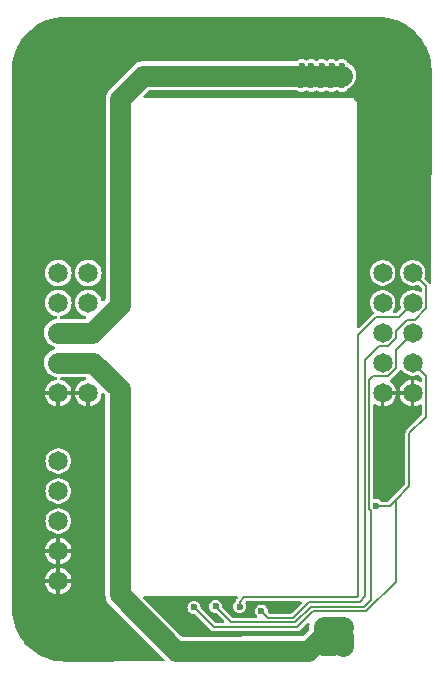
<source format=gbr>
%TF.GenerationSoftware,KiCad,Pcbnew,8.0.6*%
%TF.CreationDate,2024-10-27T10:54:55+01:00*%
%TF.ProjectId,Motor_Driver_carrier_board,4d6f746f-725f-4447-9269-7665725f6361,rev?*%
%TF.SameCoordinates,Original*%
%TF.FileFunction,Copper,L2,Bot*%
%TF.FilePolarity,Positive*%
%FSLAX46Y46*%
G04 Gerber Fmt 4.6, Leading zero omitted, Abs format (unit mm)*
G04 Created by KiCad (PCBNEW 8.0.6) date 2024-10-27 10:54:55*
%MOMM*%
%LPD*%
G01*
G04 APERTURE LIST*
%TA.AperFunction,ComponentPad*%
%ADD10C,1.650000*%
%TD*%
%TA.AperFunction,ViaPad*%
%ADD11C,0.600000*%
%TD*%
%TA.AperFunction,Conductor*%
%ADD12C,1.791660*%
%TD*%
%TA.AperFunction,Conductor*%
%ADD13C,0.200000*%
%TD*%
G04 APERTURE END LIST*
D10*
%TO.P,J3,1,1*%
%TO.N,/SWDIO*%
X118385000Y-79640000D03*
%TO.P,J3,2,2*%
%TO.N,/SWCLK*%
X118385000Y-82180000D03*
%TO.P,J3,3,3*%
%TO.N,/3.3V*%
X118385000Y-84720000D03*
%TO.P,J3,4,4*%
%TO.N,GND*%
X118385000Y-87260000D03*
%TO.P,J3,5,5*%
X118385000Y-89800000D03*
%TD*%
%TO.P,J1,1,1*%
%TO.N,GND*%
X120925000Y-73870000D03*
%TO.P,J1,2,2*%
X118385000Y-73870000D03*
%TO.P,J1,3,3*%
%TO.N,/24V*%
X120925000Y-71330000D03*
%TO.P,J1,4,4*%
X118385000Y-71330000D03*
%TO.P,J1,5,5*%
%TO.N,/OUT3*%
X120925000Y-68790000D03*
%TO.P,J1,6,6*%
X118385000Y-68790000D03*
%TO.P,J1,7,7*%
%TO.N,/OUT2*%
X120925000Y-66250000D03*
%TO.P,J1,8,8*%
X118385000Y-66250000D03*
%TO.P,J1,9,9*%
%TO.N,/OUT1*%
X120925000Y-63710000D03*
%TO.P,J1,10,10*%
X118385000Y-63710000D03*
%TD*%
%TO.P,J2,1,1*%
%TO.N,GND*%
X148395000Y-73870000D03*
%TO.P,J2,2,2*%
X145855000Y-73870000D03*
%TO.P,J2,3,3*%
%TO.N,/5V*%
X148395000Y-71330000D03*
%TO.P,J2,4,4*%
X145855000Y-71330000D03*
%TO.P,J2,5,5*%
%TO.N,/TX*%
X148395000Y-68790000D03*
%TO.P,J2,6,6*%
%TO.N,/H3*%
X145855000Y-68790000D03*
%TO.P,J2,7,7*%
%TO.N,/RX*%
X148395000Y-66250000D03*
%TO.P,J2,8,8*%
%TO.N,/H2*%
X145855000Y-66250000D03*
%TO.P,J2,9,9*%
%TO.N,/PWM*%
X148395000Y-63710000D03*
%TO.P,J2,10,10*%
%TO.N,/H1*%
X145855000Y-63710000D03*
%TD*%
D11*
%TO.N,/OUT3*%
X141525000Y-47000000D03*
X141500000Y-47775000D03*
X140700000Y-46225000D03*
X140675000Y-47775000D03*
X139825000Y-46225000D03*
X142425000Y-47775000D03*
X139000000Y-46225000D03*
X142375000Y-46225000D03*
X138975000Y-47775000D03*
X140675000Y-47000000D03*
X139850000Y-47000000D03*
X141525000Y-46225000D03*
X142400000Y-47000000D03*
X139025000Y-47000000D03*
X139825000Y-47775000D03*
%TO.N,GND*%
X127800000Y-91550000D03*
X125525000Y-95125000D03*
X146525000Y-81800000D03*
X137475000Y-91875000D03*
X127000000Y-91550000D03*
X127775000Y-92275000D03*
X125525000Y-95875000D03*
%TO.N,/24V*%
X140825000Y-94450000D03*
X140850000Y-93700000D03*
X142475000Y-93700000D03*
X140775000Y-95225000D03*
X142500000Y-94450000D03*
X142500000Y-95275000D03*
X141650000Y-95250000D03*
X141675000Y-93675000D03*
X141650000Y-94425000D03*
%TO.N,/PWM*%
X135575000Y-92350000D03*
%TO.N,/5V*%
X145325000Y-83425000D03*
X129875000Y-92025000D03*
%TO.N,/RX*%
X133750000Y-91975000D03*
%TO.N,/TX*%
X131725000Y-91950000D03*
%TD*%
D12*
%TO.N,/OUT3*%
X121242886Y-68790000D02*
X118385000Y-68790000D01*
X123600000Y-66432886D02*
X121242886Y-68790000D01*
X125600998Y-47000000D02*
X123600000Y-49000998D01*
X142400000Y-47000000D02*
X125600998Y-47000000D01*
X123600000Y-49000998D02*
X123600000Y-66432886D01*
D13*
%TO.N,GND*%
X118385000Y-73870000D02*
X120925000Y-73870000D01*
X125525000Y-95875000D02*
X124575000Y-95875000D01*
X124575000Y-95875000D02*
X123850000Y-95150000D01*
D12*
%TO.N,/24V*%
X140850000Y-94394632D02*
X139554170Y-95690462D01*
X121355000Y-71330000D02*
X118385000Y-71330000D01*
X141675000Y-93675000D02*
X142450000Y-93675000D01*
X141675000Y-95225000D02*
X141650000Y-95250000D01*
X142500000Y-94450000D02*
X142500000Y-95275000D01*
X139554170Y-95690462D02*
X128361546Y-95711546D01*
X123575000Y-73550000D02*
X121355000Y-71330000D01*
X123575000Y-90925000D02*
X123575000Y-73550000D01*
X141650000Y-95250000D02*
X140800000Y-95250000D01*
X140850000Y-93700000D02*
X141725000Y-93700000D01*
X140800000Y-95250000D02*
X140775000Y-95225000D01*
X142450000Y-93675000D02*
X142475000Y-93700000D01*
X140850000Y-93700000D02*
X140850000Y-94394632D01*
X141675000Y-93675000D02*
X141675000Y-95225000D01*
X128361546Y-95711546D02*
X123575000Y-90925000D01*
D13*
%TO.N,/PWM*%
X144400000Y-91075000D02*
X144400000Y-83914215D01*
X144400000Y-83914215D02*
X144325000Y-83839215D01*
X145535000Y-69915000D02*
X146320991Y-69915000D01*
X139618628Y-91575000D02*
X143900000Y-91575000D01*
X135575000Y-92350000D02*
X136125000Y-92900000D01*
X149520000Y-66715991D02*
X149520000Y-64835000D01*
X147929009Y-67665000D02*
X148570991Y-67665000D01*
X143900000Y-91575000D02*
X144400000Y-91075000D01*
X148570991Y-67665000D02*
X149520000Y-66715991D01*
X144325000Y-83839215D02*
X144325000Y-71125000D01*
X149520000Y-64835000D02*
X148395000Y-63710000D01*
X146980000Y-68614009D02*
X147929009Y-67665000D01*
X146980000Y-69255991D02*
X146980000Y-68614009D01*
X136125000Y-92900000D02*
X138293628Y-92900000D01*
X146320991Y-69915000D02*
X146980000Y-69255991D01*
X138293628Y-92900000D02*
X139618628Y-91575000D01*
X144325000Y-71125000D02*
X145535000Y-69915000D01*
%TO.N,/5V*%
X145325000Y-83425000D02*
X146455000Y-83425000D01*
X148125000Y-77275000D02*
X149520000Y-75880000D01*
X131550000Y-93700000D02*
X138625000Y-93700000D01*
X144470830Y-92379170D02*
X146980000Y-89870000D01*
X149520000Y-72455000D02*
X148395000Y-71330000D01*
X148125000Y-81755000D02*
X148125000Y-77275000D01*
X146980000Y-82900000D02*
X148125000Y-81755000D01*
X149520000Y-75880000D02*
X149520000Y-72455000D01*
X146980000Y-89870000D02*
X146980000Y-82900000D01*
X138625000Y-93700000D02*
X139945830Y-92379170D01*
X129875000Y-92025000D02*
X131550000Y-93700000D01*
X146455000Y-83425000D02*
X146980000Y-82900000D01*
X139945830Y-92379170D02*
X144470830Y-92379170D01*
%TO.N,/RX*%
X143750000Y-68950000D02*
X145275000Y-67425000D01*
X147220000Y-67425000D02*
X148395000Y-66250000D01*
X143750000Y-91075000D02*
X143750000Y-68950000D01*
X133750000Y-91575000D02*
X134150000Y-91175000D01*
X143650000Y-91175000D02*
X143750000Y-91075000D01*
X134150000Y-91175000D02*
X143650000Y-91175000D01*
X133750000Y-91975000D02*
X133750000Y-91575000D01*
X145275000Y-67425000D02*
X147220000Y-67425000D01*
%TO.N,/TX*%
X146320991Y-72455000D02*
X146980000Y-71795991D01*
X145045000Y-72455000D02*
X146320991Y-72455000D01*
X146980000Y-70205000D02*
X148395000Y-68790000D01*
X138459314Y-93300000D02*
X139784314Y-91975000D01*
X133050000Y-93300000D02*
X138459314Y-93300000D01*
X144725000Y-72775000D02*
X145045000Y-72455000D01*
X144900000Y-83848529D02*
X144725000Y-83673529D01*
X144725000Y-83673529D02*
X144725000Y-72775000D01*
X131725000Y-91950000D02*
X131725000Y-91975000D01*
X139784314Y-91975000D02*
X144300000Y-91975000D01*
X146980000Y-71795991D02*
X146980000Y-70205000D01*
X144300000Y-91975000D02*
X144900000Y-91375000D01*
X144900000Y-91375000D02*
X144900000Y-83848529D01*
X131725000Y-91975000D02*
X133050000Y-93300000D01*
%TD*%
%TA.AperFunction,Conductor*%
%TO.N,GND*%
G36*
X145406757Y-42050847D02*
G01*
X145411610Y-42050822D01*
X145411611Y-42050823D01*
X145474799Y-42050507D01*
X145480171Y-42050597D01*
X145865578Y-42065548D01*
X145876369Y-42066441D01*
X146183852Y-42105489D01*
X146256252Y-42114684D01*
X146266947Y-42116521D01*
X146641144Y-42197789D01*
X146651640Y-42200554D01*
X147017316Y-42314234D01*
X147027496Y-42317895D01*
X147372485Y-42459281D01*
X147381830Y-42463111D01*
X147391681Y-42467661D01*
X147731952Y-42643295D01*
X147741369Y-42648690D01*
X148064994Y-42853412D01*
X148073888Y-42859600D01*
X148378352Y-43091816D01*
X148386681Y-43098765D01*
X148408108Y-43118295D01*
X148669695Y-43356728D01*
X148677387Y-43364382D01*
X148936752Y-43646091D01*
X148943744Y-43654386D01*
X148991072Y-43715800D01*
X149177481Y-43957689D01*
X149183723Y-43966566D01*
X149390051Y-44289149D01*
X149395493Y-44298538D01*
X149572827Y-44637927D01*
X149577427Y-44647756D01*
X149724408Y-45001347D01*
X149728131Y-45011541D01*
X149843633Y-45376630D01*
X149846450Y-45387109D01*
X149929590Y-45760900D01*
X149931480Y-45771586D01*
X149981619Y-46151205D01*
X149982568Y-46162016D01*
X149999438Y-46547210D01*
X149999557Y-46552772D01*
X149979811Y-64499904D01*
X149960053Y-64566922D01*
X149907198Y-64612619D01*
X149838029Y-64622486D01*
X149774505Y-64593392D01*
X149768130Y-64587449D01*
X149424932Y-64244251D01*
X149391447Y-64182928D01*
X149396431Y-64113236D01*
X149401610Y-64101305D01*
X149402171Y-64100180D01*
X149456717Y-63908469D01*
X149475108Y-63710000D01*
X149456717Y-63511531D01*
X149402171Y-63319820D01*
X149393137Y-63301677D01*
X149313329Y-63141401D01*
X149313324Y-63141393D01*
X149193207Y-62982333D01*
X149045911Y-62848056D01*
X149045910Y-62848055D01*
X148981193Y-62807984D01*
X148876447Y-62743127D01*
X148876445Y-62743126D01*
X148760417Y-62698177D01*
X148690586Y-62671124D01*
X148690582Y-62671123D01*
X148611639Y-62656366D01*
X148494660Y-62634500D01*
X148295340Y-62634500D01*
X148205254Y-62651339D01*
X148099417Y-62671123D01*
X148099415Y-62671123D01*
X148099414Y-62671124D01*
X148047517Y-62691229D01*
X147913554Y-62743126D01*
X147913552Y-62743127D01*
X147744088Y-62848056D01*
X147596792Y-62982333D01*
X147476675Y-63141393D01*
X147476670Y-63141401D01*
X147387830Y-63319816D01*
X147333282Y-63511535D01*
X147314892Y-63709999D01*
X147314892Y-63710000D01*
X147333282Y-63908464D01*
X147333282Y-63908466D01*
X147333283Y-63908469D01*
X147387828Y-64100175D01*
X147387830Y-64100183D01*
X147476670Y-64278598D01*
X147476675Y-64278606D01*
X147596792Y-64437666D01*
X147723508Y-64553182D01*
X147744090Y-64571945D01*
X147913554Y-64676873D01*
X148099414Y-64748876D01*
X148295340Y-64785500D01*
X148295342Y-64785500D01*
X148494658Y-64785500D01*
X148494660Y-64785500D01*
X148690586Y-64748876D01*
X148793712Y-64708923D01*
X148863334Y-64703061D01*
X148925075Y-64735770D01*
X148926187Y-64736869D01*
X149133181Y-64943862D01*
X149166666Y-65005185D01*
X149169500Y-65031543D01*
X149169500Y-65241955D01*
X149149815Y-65308994D01*
X149097011Y-65354749D01*
X149027853Y-65364693D01*
X148980223Y-65347382D01*
X148876452Y-65283130D01*
X148876445Y-65283126D01*
X148760417Y-65238177D01*
X148690586Y-65211124D01*
X148690582Y-65211123D01*
X148611639Y-65196366D01*
X148494660Y-65174500D01*
X148295340Y-65174500D01*
X148205254Y-65191339D01*
X148099417Y-65211123D01*
X148099415Y-65211123D01*
X148099414Y-65211124D01*
X148047517Y-65231229D01*
X147913554Y-65283126D01*
X147913552Y-65283127D01*
X147744088Y-65388056D01*
X147596792Y-65522333D01*
X147476675Y-65681393D01*
X147476670Y-65681401D01*
X147387830Y-65859816D01*
X147333282Y-66051535D01*
X147314892Y-66249999D01*
X147314892Y-66250000D01*
X147333282Y-66448464D01*
X147333282Y-66448466D01*
X147333283Y-66448469D01*
X147387829Y-66640180D01*
X147388383Y-66641292D01*
X147388488Y-66641883D01*
X147389900Y-66645527D01*
X147389187Y-66645803D01*
X147400647Y-66710077D01*
X147373777Y-66774573D01*
X147365067Y-66784250D01*
X147111135Y-67038182D01*
X147049815Y-67071666D01*
X147023456Y-67074500D01*
X146829108Y-67074500D01*
X146762069Y-67054815D01*
X146716314Y-67002011D01*
X146706370Y-66932853D01*
X146730154Y-66875773D01*
X146773324Y-66818606D01*
X146773326Y-66818604D01*
X146862171Y-66640180D01*
X146916717Y-66448469D01*
X146935108Y-66250000D01*
X146916717Y-66051531D01*
X146862171Y-65859820D01*
X146853137Y-65841677D01*
X146773329Y-65681401D01*
X146773324Y-65681393D01*
X146653207Y-65522333D01*
X146505911Y-65388056D01*
X146505910Y-65388055D01*
X146378223Y-65308994D01*
X146336447Y-65283127D01*
X146336445Y-65283126D01*
X146220417Y-65238177D01*
X146150586Y-65211124D01*
X146150582Y-65211123D01*
X146071639Y-65196366D01*
X145954660Y-65174500D01*
X145755340Y-65174500D01*
X145665254Y-65191339D01*
X145559417Y-65211123D01*
X145559415Y-65211123D01*
X145559414Y-65211124D01*
X145507517Y-65231229D01*
X145373554Y-65283126D01*
X145373552Y-65283127D01*
X145204088Y-65388056D01*
X145056792Y-65522333D01*
X144936675Y-65681393D01*
X144936670Y-65681401D01*
X144847830Y-65859816D01*
X144793282Y-66051535D01*
X144774892Y-66249999D01*
X144774892Y-66250000D01*
X144793282Y-66448464D01*
X144793282Y-66448466D01*
X144793283Y-66448469D01*
X144847829Y-66640179D01*
X144847830Y-66640183D01*
X144936670Y-66818598D01*
X144936675Y-66818606D01*
X145056793Y-66977666D01*
X145058034Y-66979028D01*
X145058421Y-66979823D01*
X145060246Y-66982239D01*
X145059773Y-66982596D01*
X145088648Y-67041833D01*
X145080447Y-67111220D01*
X145054074Y-67150243D01*
X143862181Y-68342137D01*
X143800858Y-68375622D01*
X143731166Y-68370638D01*
X143675233Y-68328766D01*
X143650816Y-68263302D01*
X143650500Y-68254456D01*
X143650500Y-63709999D01*
X144774892Y-63709999D01*
X144774892Y-63710000D01*
X144793282Y-63908464D01*
X144793282Y-63908466D01*
X144793283Y-63908469D01*
X144847828Y-64100175D01*
X144847830Y-64100183D01*
X144936670Y-64278598D01*
X144936675Y-64278606D01*
X145056792Y-64437666D01*
X145183508Y-64553182D01*
X145204090Y-64571945D01*
X145373554Y-64676873D01*
X145559414Y-64748876D01*
X145755340Y-64785500D01*
X145755342Y-64785500D01*
X145954658Y-64785500D01*
X145954660Y-64785500D01*
X146150586Y-64748876D01*
X146336446Y-64676873D01*
X146505910Y-64571945D01*
X146653209Y-64437664D01*
X146773326Y-64278604D01*
X146862171Y-64100180D01*
X146916717Y-63908469D01*
X146935108Y-63710000D01*
X146916717Y-63511531D01*
X146862171Y-63319820D01*
X146853137Y-63301677D01*
X146773329Y-63141401D01*
X146773324Y-63141393D01*
X146653207Y-62982333D01*
X146505911Y-62848056D01*
X146505910Y-62848055D01*
X146441193Y-62807984D01*
X146336447Y-62743127D01*
X146336445Y-62743126D01*
X146220417Y-62698177D01*
X146150586Y-62671124D01*
X146150582Y-62671123D01*
X146071639Y-62656366D01*
X145954660Y-62634500D01*
X145755340Y-62634500D01*
X145665254Y-62651339D01*
X145559417Y-62671123D01*
X145559415Y-62671123D01*
X145559414Y-62671124D01*
X145507517Y-62691229D01*
X145373554Y-62743126D01*
X145373552Y-62743127D01*
X145204088Y-62848056D01*
X145056792Y-62982333D01*
X144936675Y-63141393D01*
X144936670Y-63141401D01*
X144847830Y-63319816D01*
X144793282Y-63511535D01*
X144774892Y-63709999D01*
X143650500Y-63709999D01*
X143650500Y-49309110D01*
X143650500Y-49309108D01*
X143616392Y-49181814D01*
X143550500Y-49067686D01*
X143457314Y-48974500D01*
X143400250Y-48941554D01*
X143343187Y-48908608D01*
X143279539Y-48891554D01*
X143215892Y-48874500D01*
X143215891Y-48874500D01*
X125717726Y-48874500D01*
X125650687Y-48854815D01*
X125604932Y-48802011D01*
X125594988Y-48732853D01*
X125624013Y-48669297D01*
X125630045Y-48662819D01*
X126060215Y-48232649D01*
X126121538Y-48199164D01*
X126147896Y-48196330D01*
X138495566Y-48196330D01*
X138562605Y-48216015D01*
X138571039Y-48221944D01*
X138672159Y-48299536D01*
X138818238Y-48360044D01*
X138896619Y-48370363D01*
X138974999Y-48380682D01*
X138975000Y-48380682D01*
X138975001Y-48380682D01*
X139027254Y-48373802D01*
X139131762Y-48360044D01*
X139277841Y-48299536D01*
X139324513Y-48263722D01*
X139389682Y-48238528D01*
X139458127Y-48252566D01*
X139475487Y-48263723D01*
X139522157Y-48299535D01*
X139522163Y-48299538D01*
X139595198Y-48329790D01*
X139668238Y-48360044D01*
X139746619Y-48370363D01*
X139824999Y-48380682D01*
X139825000Y-48380682D01*
X139825001Y-48380682D01*
X139877254Y-48373802D01*
X139981762Y-48360044D01*
X140127841Y-48299536D01*
X140174513Y-48263722D01*
X140239682Y-48238528D01*
X140308127Y-48252566D01*
X140325487Y-48263723D01*
X140372157Y-48299535D01*
X140372163Y-48299538D01*
X140445198Y-48329790D01*
X140518238Y-48360044D01*
X140596619Y-48370363D01*
X140674999Y-48380682D01*
X140675000Y-48380682D01*
X140675001Y-48380682D01*
X140727254Y-48373802D01*
X140831762Y-48360044D01*
X140977836Y-48299538D01*
X140977837Y-48299538D01*
X140977837Y-48299537D01*
X140977841Y-48299536D01*
X141012014Y-48273313D01*
X141077182Y-48248120D01*
X141145627Y-48262158D01*
X141162981Y-48273310D01*
X141197159Y-48299536D01*
X141197162Y-48299537D01*
X141197163Y-48299538D01*
X141270198Y-48329790D01*
X141343238Y-48360044D01*
X141421619Y-48370363D01*
X141499999Y-48380682D01*
X141500000Y-48380682D01*
X141500001Y-48380682D01*
X141552254Y-48373802D01*
X141656762Y-48360044D01*
X141802841Y-48299536D01*
X141887014Y-48234947D01*
X141952182Y-48209753D01*
X142020627Y-48223791D01*
X142037981Y-48234944D01*
X142086583Y-48272238D01*
X142122157Y-48299535D01*
X142122158Y-48299535D01*
X142122159Y-48299536D01*
X142268238Y-48360044D01*
X142346619Y-48370363D01*
X142424999Y-48380682D01*
X142425000Y-48380682D01*
X142425001Y-48380682D01*
X142477254Y-48373802D01*
X142581762Y-48360044D01*
X142727841Y-48299536D01*
X142853282Y-48203282D01*
X142949536Y-48077841D01*
X142949536Y-48077840D01*
X142951570Y-48075190D01*
X142993654Y-48040190D01*
X143027009Y-48023195D01*
X143027008Y-48023195D01*
X143027013Y-48023193D01*
X143179356Y-47912509D01*
X143312509Y-47779356D01*
X143423193Y-47627013D01*
X143508682Y-47459231D01*
X143566872Y-47280141D01*
X143596330Y-47094153D01*
X143596330Y-46905847D01*
X143566872Y-46719859D01*
X143508682Y-46540769D01*
X143423193Y-46372987D01*
X143312509Y-46220644D01*
X143179356Y-46087491D01*
X143027016Y-45976809D01*
X143027008Y-45976803D01*
X142911552Y-45917975D01*
X142869472Y-45882979D01*
X142803282Y-45796718D01*
X142677841Y-45700464D01*
X142531762Y-45639956D01*
X142531760Y-45639955D01*
X142375001Y-45619318D01*
X142374999Y-45619318D01*
X142218239Y-45639955D01*
X142218237Y-45639956D01*
X142072158Y-45700464D01*
X142025485Y-45736277D01*
X141960316Y-45761470D01*
X141891871Y-45747431D01*
X141874515Y-45736277D01*
X141827841Y-45700464D01*
X141681762Y-45639956D01*
X141681760Y-45639955D01*
X141525001Y-45619318D01*
X141524999Y-45619318D01*
X141368239Y-45639955D01*
X141368237Y-45639956D01*
X141222160Y-45700463D01*
X141187986Y-45726686D01*
X141122816Y-45751879D01*
X141054371Y-45737840D01*
X141037014Y-45726686D01*
X141002841Y-45700464D01*
X140856762Y-45639956D01*
X140856760Y-45639955D01*
X140700001Y-45619318D01*
X140699999Y-45619318D01*
X140543239Y-45639955D01*
X140543237Y-45639956D01*
X140397160Y-45700463D01*
X140397159Y-45700464D01*
X140337984Y-45745869D01*
X140272818Y-45771063D01*
X140204373Y-45757025D01*
X140187019Y-45745873D01*
X140127841Y-45700464D01*
X139981762Y-45639956D01*
X139981760Y-45639955D01*
X139825001Y-45619318D01*
X139824999Y-45619318D01*
X139668239Y-45639955D01*
X139668237Y-45639956D01*
X139522160Y-45700463D01*
X139487986Y-45726686D01*
X139422816Y-45751879D01*
X139354371Y-45737840D01*
X139337014Y-45726686D01*
X139302841Y-45700464D01*
X139156762Y-45639956D01*
X139156760Y-45639955D01*
X139000001Y-45619318D01*
X138999999Y-45619318D01*
X138843239Y-45639955D01*
X138843237Y-45639956D01*
X138697160Y-45700463D01*
X138697159Y-45700464D01*
X138596050Y-45778046D01*
X138530883Y-45803240D01*
X138520566Y-45803670D01*
X125695152Y-45803670D01*
X125506845Y-45803670D01*
X125463730Y-45810498D01*
X125320860Y-45833127D01*
X125141764Y-45891319D01*
X124973980Y-45976809D01*
X124821648Y-46087484D01*
X124821643Y-46087488D01*
X122687493Y-48221638D01*
X122687493Y-48221639D01*
X122687491Y-48221641D01*
X122677823Y-48234948D01*
X122576807Y-48373983D01*
X122491319Y-48541764D01*
X122433127Y-48720860D01*
X122403670Y-48906845D01*
X122403670Y-65885986D01*
X122383985Y-65953025D01*
X122367351Y-65973668D01*
X122243453Y-66097565D01*
X122182130Y-66131049D01*
X122112438Y-66126065D01*
X122056505Y-66084193D01*
X122036505Y-66043816D01*
X122036076Y-66042308D01*
X122036076Y-66042304D01*
X121978994Y-65841681D01*
X121978992Y-65841677D01*
X121899184Y-65681401D01*
X121886019Y-65654962D01*
X121760318Y-65488507D01*
X121606171Y-65347984D01*
X121428828Y-65238177D01*
X121428827Y-65238176D01*
X121286609Y-65183081D01*
X121234327Y-65162827D01*
X121029293Y-65124500D01*
X120820707Y-65124500D01*
X120615673Y-65162827D01*
X120615670Y-65162827D01*
X120615670Y-65162828D01*
X120421172Y-65238176D01*
X120421171Y-65238177D01*
X120243827Y-65347985D01*
X120089683Y-65488505D01*
X119963981Y-65654961D01*
X119871007Y-65841677D01*
X119813923Y-66042308D01*
X119794678Y-66249999D01*
X119794678Y-66250000D01*
X119813923Y-66457691D01*
X119813923Y-66457693D01*
X119813924Y-66457696D01*
X119867445Y-66645803D01*
X119871007Y-66658322D01*
X119933712Y-66784250D01*
X119963981Y-66845038D01*
X120067590Y-66982239D01*
X120089683Y-67011494D01*
X120126642Y-67045186D01*
X120243829Y-67152016D01*
X120421172Y-67261823D01*
X120615673Y-67337173D01*
X120672427Y-67347782D01*
X120734706Y-67379449D01*
X120769979Y-67439761D01*
X120767045Y-67509569D01*
X120726837Y-67566710D01*
X120662118Y-67593041D01*
X120649640Y-67593670D01*
X118660360Y-67593670D01*
X118593321Y-67573985D01*
X118547566Y-67521181D01*
X118537622Y-67452023D01*
X118566647Y-67388467D01*
X118625425Y-67350693D01*
X118637562Y-67347783D01*
X118694327Y-67337173D01*
X118888828Y-67261823D01*
X119066171Y-67152016D01*
X119220318Y-67011493D01*
X119346019Y-66845038D01*
X119438994Y-66658319D01*
X119496076Y-66457696D01*
X119515322Y-66250000D01*
X119496076Y-66042304D01*
X119438994Y-65841681D01*
X119346019Y-65654962D01*
X119220318Y-65488507D01*
X119066171Y-65347984D01*
X118888828Y-65238177D01*
X118888827Y-65238176D01*
X118746609Y-65183081D01*
X118694327Y-65162827D01*
X118489293Y-65124500D01*
X118280707Y-65124500D01*
X118075673Y-65162827D01*
X118075670Y-65162827D01*
X118075670Y-65162828D01*
X117881172Y-65238176D01*
X117881171Y-65238177D01*
X117703827Y-65347985D01*
X117549683Y-65488505D01*
X117423981Y-65654961D01*
X117331007Y-65841677D01*
X117273923Y-66042308D01*
X117254678Y-66249999D01*
X117254678Y-66250000D01*
X117273923Y-66457691D01*
X117273923Y-66457693D01*
X117273924Y-66457696D01*
X117327445Y-66645803D01*
X117331007Y-66658322D01*
X117393712Y-66784250D01*
X117423981Y-66845038D01*
X117527590Y-66982239D01*
X117549683Y-67011494D01*
X117586642Y-67045186D01*
X117703829Y-67152016D01*
X117881172Y-67261823D01*
X118075673Y-67337173D01*
X118211064Y-67362481D01*
X118273344Y-67394149D01*
X118308617Y-67454461D01*
X118305683Y-67524269D01*
X118265474Y-67581410D01*
X118207676Y-67606843D01*
X118104862Y-67623127D01*
X117925766Y-67681319D01*
X117757986Y-67766807D01*
X117680469Y-67823127D01*
X117605644Y-67877491D01*
X117605642Y-67877493D01*
X117605641Y-67877493D01*
X117472493Y-68010641D01*
X117472493Y-68010642D01*
X117472491Y-68010644D01*
X117424956Y-68076069D01*
X117361807Y-68162986D01*
X117276319Y-68330766D01*
X117218127Y-68509862D01*
X117188670Y-68695847D01*
X117188670Y-68884152D01*
X117216341Y-69058862D01*
X117218128Y-69070141D01*
X117276318Y-69249231D01*
X117361807Y-69417013D01*
X117472491Y-69569356D01*
X117605644Y-69702509D01*
X117757987Y-69813193D01*
X117925769Y-69898682D01*
X118059301Y-69942069D01*
X118116977Y-69981507D01*
X118144175Y-70045865D01*
X118132260Y-70114712D01*
X118085016Y-70166187D01*
X118059303Y-70177930D01*
X118005321Y-70195470D01*
X117925766Y-70221319D01*
X117757986Y-70306807D01*
X117680471Y-70363126D01*
X117605644Y-70417491D01*
X117605642Y-70417493D01*
X117605641Y-70417493D01*
X117472493Y-70550641D01*
X117472493Y-70550642D01*
X117472491Y-70550644D01*
X117428753Y-70610844D01*
X117361807Y-70702986D01*
X117276319Y-70870766D01*
X117218127Y-71049862D01*
X117200435Y-71161564D01*
X117188670Y-71235847D01*
X117188670Y-71424153D01*
X117218128Y-71610141D01*
X117254241Y-71721286D01*
X117276319Y-71789233D01*
X117318573Y-71872162D01*
X117361807Y-71957013D01*
X117472491Y-72109356D01*
X117605644Y-72242509D01*
X117757987Y-72353193D01*
X117925769Y-72438682D01*
X118104859Y-72496872D01*
X118209149Y-72513390D01*
X118272284Y-72543319D01*
X118309215Y-72602631D01*
X118308217Y-72672493D01*
X118269607Y-72730726D01*
X118212536Y-72757752D01*
X118075812Y-72783310D01*
X118075811Y-72783310D01*
X117881398Y-72858625D01*
X117881392Y-72858628D01*
X117704132Y-72968382D01*
X117704130Y-72968384D01*
X117550054Y-73108842D01*
X117424409Y-73275223D01*
X117424404Y-73275231D01*
X117331478Y-73461851D01*
X117331472Y-73461866D01*
X117274417Y-73662394D01*
X117274417Y-73662396D01*
X117269079Y-73720000D01*
X117855791Y-73720000D01*
X117835000Y-73797591D01*
X117835000Y-73942409D01*
X117855791Y-74020000D01*
X117269079Y-74020000D01*
X117274417Y-74077603D01*
X117274417Y-74077605D01*
X117331472Y-74278133D01*
X117331478Y-74278148D01*
X117424404Y-74464768D01*
X117424409Y-74464776D01*
X117550054Y-74631157D01*
X117704130Y-74771615D01*
X117704132Y-74771617D01*
X117881392Y-74881371D01*
X117881398Y-74881374D01*
X118075811Y-74956689D01*
X118235000Y-74986446D01*
X118235000Y-74399209D01*
X118312591Y-74420000D01*
X118457409Y-74420000D01*
X118535000Y-74399209D01*
X118535000Y-74986446D01*
X118694187Y-74956689D01*
X118694188Y-74956689D01*
X118888601Y-74881374D01*
X118888607Y-74881371D01*
X119065867Y-74771617D01*
X119065869Y-74771615D01*
X119219945Y-74631157D01*
X119345590Y-74464776D01*
X119345595Y-74464768D01*
X119438521Y-74278148D01*
X119438527Y-74278133D01*
X119495582Y-74077605D01*
X119495582Y-74077603D01*
X119500921Y-74020000D01*
X118914209Y-74020000D01*
X118935000Y-73942409D01*
X118935000Y-73797591D01*
X118914209Y-73720000D01*
X119500920Y-73720000D01*
X119495582Y-73662396D01*
X119495582Y-73662394D01*
X119438527Y-73461866D01*
X119438521Y-73461851D01*
X119345595Y-73275231D01*
X119345590Y-73275223D01*
X119219945Y-73108842D01*
X119065869Y-72968384D01*
X119065867Y-72968382D01*
X118888607Y-72858628D01*
X118888601Y-72858625D01*
X118694188Y-72783310D01*
X118634854Y-72772219D01*
X118572573Y-72740551D01*
X118537300Y-72680239D01*
X118540234Y-72610431D01*
X118580442Y-72553290D01*
X118645161Y-72526959D01*
X118657639Y-72526330D01*
X120652361Y-72526330D01*
X120719400Y-72546015D01*
X120765155Y-72598819D01*
X120775099Y-72667977D01*
X120746074Y-72731533D01*
X120687296Y-72769307D01*
X120675146Y-72772219D01*
X120615812Y-72783310D01*
X120615811Y-72783310D01*
X120421398Y-72858625D01*
X120421392Y-72858628D01*
X120244132Y-72968382D01*
X120244130Y-72968384D01*
X120090054Y-73108842D01*
X119964409Y-73275223D01*
X119964404Y-73275231D01*
X119871478Y-73461851D01*
X119871472Y-73461866D01*
X119814417Y-73662394D01*
X119814417Y-73662396D01*
X119809079Y-73720000D01*
X120395791Y-73720000D01*
X120375000Y-73797591D01*
X120375000Y-73942409D01*
X120395791Y-74020000D01*
X119809079Y-74020000D01*
X119814417Y-74077603D01*
X119814417Y-74077605D01*
X119871472Y-74278133D01*
X119871478Y-74278148D01*
X119964404Y-74464768D01*
X119964409Y-74464776D01*
X120090054Y-74631157D01*
X120244130Y-74771615D01*
X120244132Y-74771617D01*
X120421392Y-74881371D01*
X120421398Y-74881374D01*
X120615811Y-74956689D01*
X120775000Y-74986446D01*
X120775000Y-74399209D01*
X120852591Y-74420000D01*
X120997409Y-74420000D01*
X121075000Y-74399209D01*
X121075000Y-74986446D01*
X121234187Y-74956689D01*
X121234188Y-74956689D01*
X121428601Y-74881374D01*
X121428607Y-74881371D01*
X121605867Y-74771617D01*
X121605869Y-74771615D01*
X121759945Y-74631157D01*
X121885590Y-74464776D01*
X121885595Y-74464768D01*
X121978521Y-74278148D01*
X121978527Y-74278133D01*
X122035582Y-74077605D01*
X122035583Y-74077602D01*
X122043025Y-73997284D01*
X122068810Y-73932346D01*
X122125610Y-73891658D01*
X122195391Y-73888138D01*
X122254177Y-73921043D01*
X122342351Y-74009217D01*
X122375836Y-74070540D01*
X122378670Y-74096898D01*
X122378670Y-91019152D01*
X122396046Y-91128858D01*
X122396046Y-91128859D01*
X122408127Y-91205141D01*
X122408127Y-91205142D01*
X122466319Y-91384235D01*
X122548327Y-91545185D01*
X122551807Y-91552014D01*
X122662491Y-91704357D01*
X122662493Y-91704359D01*
X127355391Y-96397257D01*
X127388876Y-96458580D01*
X127383892Y-96528272D01*
X127342020Y-96584205D01*
X127276556Y-96608622D01*
X127267944Y-96608938D01*
X118977795Y-96624555D01*
X118972169Y-96624438D01*
X118587293Y-96607687D01*
X118576551Y-96606750D01*
X118197128Y-96556958D01*
X118186507Y-96555091D01*
X117812853Y-96472525D01*
X117802435Y-96469743D01*
X117437357Y-96355023D01*
X117427220Y-96351346D01*
X117073490Y-96205341D01*
X117063711Y-96200797D01*
X116724014Y-96024618D01*
X116714666Y-96019242D01*
X116391548Y-95814208D01*
X116382703Y-95808040D01*
X116078629Y-95575715D01*
X116070353Y-95568802D01*
X115805288Y-95327059D01*
X115787597Y-95310924D01*
X115779973Y-95303338D01*
X115520690Y-95021868D01*
X115513738Y-95013629D01*
X115476056Y-94964815D01*
X115279893Y-94710701D01*
X115273691Y-94701901D01*
X115067052Y-94379805D01*
X115061631Y-94370488D01*
X114883759Y-94031661D01*
X114879167Y-94021905D01*
X114783834Y-93794158D01*
X114731406Y-93668910D01*
X114727680Y-93658797D01*
X114711218Y-93607307D01*
X114611142Y-93294285D01*
X114608310Y-93283888D01*
X114604905Y-93268834D01*
X114523880Y-92910625D01*
X114521966Y-92900039D01*
X114470285Y-92520854D01*
X114469296Y-92510121D01*
X114469089Y-92505862D01*
X114450646Y-92125642D01*
X114450500Y-92119634D01*
X114450500Y-89650000D01*
X117269079Y-89650000D01*
X117855791Y-89650000D01*
X117835000Y-89727591D01*
X117835000Y-89872409D01*
X117855791Y-89950000D01*
X117269079Y-89950000D01*
X117274417Y-90007603D01*
X117274417Y-90007605D01*
X117331472Y-90208133D01*
X117331478Y-90208148D01*
X117424404Y-90394768D01*
X117424409Y-90394776D01*
X117550054Y-90561157D01*
X117704130Y-90701615D01*
X117704132Y-90701617D01*
X117881392Y-90811371D01*
X117881398Y-90811374D01*
X118075811Y-90886689D01*
X118235000Y-90916446D01*
X118235000Y-90329209D01*
X118312591Y-90350000D01*
X118457409Y-90350000D01*
X118535000Y-90329209D01*
X118535000Y-90916446D01*
X118694187Y-90886689D01*
X118694188Y-90886689D01*
X118888601Y-90811374D01*
X118888607Y-90811371D01*
X119065867Y-90701617D01*
X119065869Y-90701615D01*
X119219945Y-90561157D01*
X119345590Y-90394776D01*
X119345595Y-90394768D01*
X119438521Y-90208148D01*
X119438527Y-90208133D01*
X119495582Y-90007605D01*
X119495582Y-90007603D01*
X119500921Y-89950000D01*
X118914209Y-89950000D01*
X118935000Y-89872409D01*
X118935000Y-89727591D01*
X118914209Y-89650000D01*
X119500920Y-89650000D01*
X119495582Y-89592396D01*
X119495582Y-89592394D01*
X119438527Y-89391866D01*
X119438521Y-89391851D01*
X119345595Y-89205231D01*
X119345590Y-89205223D01*
X119219945Y-89038842D01*
X119065869Y-88898384D01*
X119065867Y-88898382D01*
X118888607Y-88788628D01*
X118888601Y-88788625D01*
X118694189Y-88713310D01*
X118535000Y-88683552D01*
X118535000Y-89270790D01*
X118457409Y-89250000D01*
X118312591Y-89250000D01*
X118235000Y-89270790D01*
X118235000Y-88683552D01*
X118075810Y-88713310D01*
X117881398Y-88788625D01*
X117881392Y-88788628D01*
X117704132Y-88898382D01*
X117704130Y-88898384D01*
X117550054Y-89038842D01*
X117424409Y-89205223D01*
X117424404Y-89205231D01*
X117331478Y-89391851D01*
X117331472Y-89391866D01*
X117274417Y-89592394D01*
X117274417Y-89592396D01*
X117269079Y-89650000D01*
X114450500Y-89650000D01*
X114450500Y-87110000D01*
X117269079Y-87110000D01*
X117855791Y-87110000D01*
X117835000Y-87187591D01*
X117835000Y-87332409D01*
X117855791Y-87410000D01*
X117269079Y-87410000D01*
X117274417Y-87467603D01*
X117274417Y-87467605D01*
X117331472Y-87668133D01*
X117331478Y-87668148D01*
X117424404Y-87854768D01*
X117424409Y-87854776D01*
X117550054Y-88021157D01*
X117704130Y-88161615D01*
X117704132Y-88161617D01*
X117881392Y-88271371D01*
X117881398Y-88271374D01*
X118075811Y-88346689D01*
X118235000Y-88376446D01*
X118235000Y-87789209D01*
X118312591Y-87810000D01*
X118457409Y-87810000D01*
X118535000Y-87789209D01*
X118535000Y-88376446D01*
X118694187Y-88346689D01*
X118694188Y-88346689D01*
X118888601Y-88271374D01*
X118888607Y-88271371D01*
X119065867Y-88161617D01*
X119065869Y-88161615D01*
X119219945Y-88021157D01*
X119345590Y-87854776D01*
X119345595Y-87854768D01*
X119438521Y-87668148D01*
X119438527Y-87668133D01*
X119495582Y-87467605D01*
X119495582Y-87467603D01*
X119500921Y-87410000D01*
X118914209Y-87410000D01*
X118935000Y-87332409D01*
X118935000Y-87187591D01*
X118914209Y-87110000D01*
X119500920Y-87110000D01*
X119495582Y-87052396D01*
X119495582Y-87052394D01*
X119438527Y-86851866D01*
X119438521Y-86851851D01*
X119345595Y-86665231D01*
X119345590Y-86665223D01*
X119219945Y-86498842D01*
X119065869Y-86358384D01*
X119065867Y-86358382D01*
X118888607Y-86248628D01*
X118888601Y-86248625D01*
X118694189Y-86173310D01*
X118535000Y-86143552D01*
X118535000Y-86730790D01*
X118457409Y-86710000D01*
X118312591Y-86710000D01*
X118235000Y-86730790D01*
X118235000Y-86143552D01*
X118075810Y-86173310D01*
X117881398Y-86248625D01*
X117881392Y-86248628D01*
X117704132Y-86358382D01*
X117704130Y-86358384D01*
X117550054Y-86498842D01*
X117424409Y-86665223D01*
X117424404Y-86665231D01*
X117331478Y-86851851D01*
X117331472Y-86851866D01*
X117274417Y-87052394D01*
X117274417Y-87052396D01*
X117269079Y-87110000D01*
X114450500Y-87110000D01*
X114450500Y-84719999D01*
X117304892Y-84719999D01*
X117304892Y-84720000D01*
X117323282Y-84918464D01*
X117377830Y-85110183D01*
X117466670Y-85288598D01*
X117466675Y-85288606D01*
X117586792Y-85447666D01*
X117713508Y-85563182D01*
X117734090Y-85581945D01*
X117903554Y-85686873D01*
X118089414Y-85758876D01*
X118285340Y-85795500D01*
X118285342Y-85795500D01*
X118484658Y-85795500D01*
X118484660Y-85795500D01*
X118680586Y-85758876D01*
X118866446Y-85686873D01*
X119035910Y-85581945D01*
X119183209Y-85447664D01*
X119303326Y-85288604D01*
X119392171Y-85110180D01*
X119446717Y-84918469D01*
X119465108Y-84720000D01*
X119446717Y-84521531D01*
X119392171Y-84329820D01*
X119390759Y-84326984D01*
X119303329Y-84151401D01*
X119303324Y-84151393D01*
X119183207Y-83992333D01*
X119035911Y-83858056D01*
X119035910Y-83858055D01*
X118902580Y-83775500D01*
X118866447Y-83753127D01*
X118866445Y-83753126D01*
X118784379Y-83721334D01*
X118680586Y-83681124D01*
X118680582Y-83681123D01*
X118601639Y-83666366D01*
X118484660Y-83644500D01*
X118285340Y-83644500D01*
X118195254Y-83661339D01*
X118089417Y-83681123D01*
X118089415Y-83681123D01*
X118089414Y-83681124D01*
X118037517Y-83701229D01*
X117903554Y-83753126D01*
X117903552Y-83753127D01*
X117734088Y-83858056D01*
X117586792Y-83992333D01*
X117466675Y-84151393D01*
X117466670Y-84151401D01*
X117377830Y-84329816D01*
X117323282Y-84521535D01*
X117304892Y-84719999D01*
X114450500Y-84719999D01*
X114450500Y-82179999D01*
X117304892Y-82179999D01*
X117304892Y-82180000D01*
X117323282Y-82378464D01*
X117377830Y-82570183D01*
X117466670Y-82748598D01*
X117466675Y-82748606D01*
X117586792Y-82907666D01*
X117697801Y-83008863D01*
X117734090Y-83041945D01*
X117903554Y-83146873D01*
X118089414Y-83218876D01*
X118285340Y-83255500D01*
X118285342Y-83255500D01*
X118484658Y-83255500D01*
X118484660Y-83255500D01*
X118680586Y-83218876D01*
X118866446Y-83146873D01*
X119035910Y-83041945D01*
X119183209Y-82907664D01*
X119303326Y-82748604D01*
X119392171Y-82570180D01*
X119446717Y-82378469D01*
X119465108Y-82180000D01*
X119446717Y-81981531D01*
X119392171Y-81789820D01*
X119320625Y-81646137D01*
X119303329Y-81611401D01*
X119303324Y-81611393D01*
X119183207Y-81452333D01*
X119035911Y-81318056D01*
X119035910Y-81318055D01*
X118971375Y-81278096D01*
X118866447Y-81213127D01*
X118866445Y-81213126D01*
X118784379Y-81181334D01*
X118680586Y-81141124D01*
X118680582Y-81141123D01*
X118601639Y-81126366D01*
X118484660Y-81104500D01*
X118285340Y-81104500D01*
X118195254Y-81121339D01*
X118089417Y-81141123D01*
X118089415Y-81141123D01*
X118089414Y-81141124D01*
X118037517Y-81161229D01*
X117903554Y-81213126D01*
X117903552Y-81213127D01*
X117734088Y-81318056D01*
X117586792Y-81452333D01*
X117466675Y-81611393D01*
X117466670Y-81611401D01*
X117377830Y-81789816D01*
X117323282Y-81981535D01*
X117304892Y-82179999D01*
X114450500Y-82179999D01*
X114450500Y-79639999D01*
X117304892Y-79639999D01*
X117304892Y-79640000D01*
X117323282Y-79838464D01*
X117377830Y-80030183D01*
X117466670Y-80208598D01*
X117466675Y-80208606D01*
X117586792Y-80367666D01*
X117713508Y-80483182D01*
X117734090Y-80501945D01*
X117903554Y-80606873D01*
X118089414Y-80678876D01*
X118285340Y-80715500D01*
X118285342Y-80715500D01*
X118484658Y-80715500D01*
X118484660Y-80715500D01*
X118680586Y-80678876D01*
X118866446Y-80606873D01*
X119035910Y-80501945D01*
X119183209Y-80367664D01*
X119303326Y-80208604D01*
X119392171Y-80030180D01*
X119446717Y-79838469D01*
X119465108Y-79640000D01*
X119446717Y-79441531D01*
X119392171Y-79249820D01*
X119390759Y-79246984D01*
X119303329Y-79071401D01*
X119303324Y-79071393D01*
X119183207Y-78912333D01*
X119035911Y-78778056D01*
X119035910Y-78778055D01*
X118971375Y-78738096D01*
X118866447Y-78673127D01*
X118866445Y-78673126D01*
X118784379Y-78641334D01*
X118680586Y-78601124D01*
X118680582Y-78601123D01*
X118601639Y-78586366D01*
X118484660Y-78564500D01*
X118285340Y-78564500D01*
X118195254Y-78581339D01*
X118089417Y-78601123D01*
X118089415Y-78601123D01*
X118089414Y-78601124D01*
X118037517Y-78621229D01*
X117903554Y-78673126D01*
X117903552Y-78673127D01*
X117734088Y-78778056D01*
X117586792Y-78912333D01*
X117466675Y-79071393D01*
X117466670Y-79071401D01*
X117377830Y-79249816D01*
X117323282Y-79441535D01*
X117304892Y-79639999D01*
X114450500Y-79639999D01*
X114450500Y-63709999D01*
X117254678Y-63709999D01*
X117254678Y-63710000D01*
X117273923Y-63917691D01*
X117331007Y-64118322D01*
X117423981Y-64305038D01*
X117549683Y-64471494D01*
X117601064Y-64518334D01*
X117703829Y-64612016D01*
X117881172Y-64721823D01*
X118075673Y-64797173D01*
X118280707Y-64835500D01*
X118280710Y-64835500D01*
X118489290Y-64835500D01*
X118489293Y-64835500D01*
X118694327Y-64797173D01*
X118888828Y-64721823D01*
X119066171Y-64612016D01*
X119220318Y-64471493D01*
X119346019Y-64305038D01*
X119438994Y-64118319D01*
X119496076Y-63917696D01*
X119515322Y-63710000D01*
X119515322Y-63709999D01*
X119794678Y-63709999D01*
X119794678Y-63710000D01*
X119813923Y-63917691D01*
X119871007Y-64118322D01*
X119963981Y-64305038D01*
X120089683Y-64471494D01*
X120141064Y-64518334D01*
X120243829Y-64612016D01*
X120421172Y-64721823D01*
X120615673Y-64797173D01*
X120820707Y-64835500D01*
X120820710Y-64835500D01*
X121029290Y-64835500D01*
X121029293Y-64835500D01*
X121234327Y-64797173D01*
X121428828Y-64721823D01*
X121606171Y-64612016D01*
X121760318Y-64471493D01*
X121886019Y-64305038D01*
X121978994Y-64118319D01*
X122036076Y-63917696D01*
X122055322Y-63710000D01*
X122036076Y-63502304D01*
X121978994Y-63301681D01*
X121886019Y-63114962D01*
X121760318Y-62948507D01*
X121606171Y-62807984D01*
X121428828Y-62698177D01*
X121428827Y-62698176D01*
X121286609Y-62643081D01*
X121234327Y-62622827D01*
X121029293Y-62584500D01*
X120820707Y-62584500D01*
X120615673Y-62622827D01*
X120615670Y-62622827D01*
X120615670Y-62622828D01*
X120421172Y-62698176D01*
X120421171Y-62698177D01*
X120243827Y-62807985D01*
X120089683Y-62948505D01*
X119963981Y-63114961D01*
X119871007Y-63301677D01*
X119813923Y-63502308D01*
X119794678Y-63709999D01*
X119515322Y-63709999D01*
X119496076Y-63502304D01*
X119438994Y-63301681D01*
X119346019Y-63114962D01*
X119220318Y-62948507D01*
X119066171Y-62807984D01*
X118888828Y-62698177D01*
X118888827Y-62698176D01*
X118746609Y-62643081D01*
X118694327Y-62622827D01*
X118489293Y-62584500D01*
X118280707Y-62584500D01*
X118075673Y-62622827D01*
X118075670Y-62622827D01*
X118075670Y-62622828D01*
X117881172Y-62698176D01*
X117881171Y-62698177D01*
X117703827Y-62807985D01*
X117549683Y-62948505D01*
X117423981Y-63114961D01*
X117331007Y-63301677D01*
X117273923Y-63502308D01*
X117254678Y-63709999D01*
X114450500Y-63709999D01*
X114450500Y-46648757D01*
X114450847Y-46643245D01*
X114450712Y-46616163D01*
X114450507Y-46575195D01*
X114450596Y-46569844D01*
X114465438Y-46185749D01*
X114466327Y-46174978D01*
X114467968Y-46162016D01*
X114514231Y-45796391D01*
X114516055Y-45785737D01*
X114516300Y-45784608D01*
X114596767Y-45412751D01*
X114599512Y-45402297D01*
X114712413Y-45037775D01*
X114716056Y-45027603D01*
X114860301Y-44674277D01*
X114864820Y-44664459D01*
X114910832Y-44574954D01*
X115039296Y-44325058D01*
X115044634Y-44315701D01*
X115248029Y-43992779D01*
X115254183Y-43983894D01*
X115484941Y-43679923D01*
X115491830Y-43671627D01*
X115748200Y-43388915D01*
X115755766Y-43381269D01*
X116035812Y-43121956D01*
X116044030Y-43114986D01*
X116345575Y-42881085D01*
X116354388Y-42874844D01*
X116675172Y-42668103D01*
X116684506Y-42662649D01*
X116710979Y-42648690D01*
X117022058Y-42484658D01*
X117031821Y-42480042D01*
X117383624Y-42332128D01*
X117393751Y-42328381D01*
X117757113Y-42211682D01*
X117767516Y-42208836D01*
X118139652Y-42124244D01*
X118150271Y-42122313D01*
X118528348Y-42070471D01*
X118539114Y-42069471D01*
X118922539Y-42050656D01*
X118928534Y-42050509D01*
X145401242Y-42050500D01*
X145406757Y-42050847D01*
G37*
%TD.AperFunction*%
%TA.AperFunction,Conductor*%
G36*
X133521495Y-91095185D02*
G01*
X133567250Y-91147989D01*
X133577194Y-91217147D01*
X133548169Y-91280703D01*
X133542137Y-91287181D01*
X133469532Y-91359785D01*
X133469530Y-91359787D01*
X133469530Y-91359788D01*
X133434911Y-91419750D01*
X133434910Y-91419750D01*
X133423387Y-91439709D01*
X133423386Y-91439710D01*
X133403243Y-91514887D01*
X133366877Y-91574547D01*
X133358962Y-91581163D01*
X133357383Y-91582374D01*
X133269137Y-91697377D01*
X133213671Y-91831287D01*
X133213670Y-91831291D01*
X133198042Y-91949999D01*
X133194750Y-91975000D01*
X133210378Y-92093708D01*
X133213670Y-92118708D01*
X133213671Y-92118712D01*
X133269137Y-92252622D01*
X133269138Y-92252624D01*
X133269139Y-92252625D01*
X133357379Y-92367621D01*
X133472375Y-92455861D01*
X133606291Y-92511330D01*
X133733280Y-92528048D01*
X133749999Y-92530250D01*
X133750000Y-92530250D01*
X133750001Y-92530250D01*
X133764977Y-92528278D01*
X133893709Y-92511330D01*
X134027625Y-92455861D01*
X134142621Y-92367621D01*
X134230861Y-92252625D01*
X134286330Y-92118709D01*
X134305250Y-91975000D01*
X134286330Y-91831291D01*
X134231064Y-91697867D01*
X134223596Y-91628399D01*
X134254871Y-91565920D01*
X134257992Y-91562687D01*
X134258958Y-91561723D01*
X134320318Y-91528305D01*
X134346544Y-91525500D01*
X138873084Y-91525500D01*
X138940123Y-91545185D01*
X138985878Y-91597989D01*
X138995822Y-91667147D01*
X138966797Y-91730703D01*
X138960765Y-91737181D01*
X138184765Y-92513181D01*
X138123442Y-92546666D01*
X138097084Y-92549500D01*
X136321544Y-92549500D01*
X136254505Y-92529815D01*
X136233863Y-92513181D01*
X136166560Y-92445878D01*
X136133075Y-92384555D01*
X136131983Y-92358129D01*
X136130250Y-92358129D01*
X136130250Y-92350000D01*
X136130250Y-92349999D01*
X136111330Y-92206291D01*
X136055861Y-92072375D01*
X135967621Y-91957379D01*
X135852625Y-91869139D01*
X135852624Y-91869138D01*
X135852622Y-91869137D01*
X135718712Y-91813671D01*
X135718710Y-91813670D01*
X135718709Y-91813670D01*
X135646854Y-91804210D01*
X135575001Y-91794750D01*
X135574999Y-91794750D01*
X135431291Y-91813670D01*
X135431287Y-91813671D01*
X135297377Y-91869137D01*
X135182379Y-91957379D01*
X135094137Y-92072377D01*
X135038671Y-92206287D01*
X135038670Y-92206291D01*
X135019750Y-92349999D01*
X135019750Y-92350000D01*
X135038670Y-92493708D01*
X135038671Y-92493712D01*
X135094137Y-92627622D01*
X135094138Y-92627624D01*
X135094139Y-92627625D01*
X135182379Y-92742621D01*
X135182381Y-92742622D01*
X135187327Y-92749068D01*
X135184784Y-92751018D01*
X135211062Y-92799142D01*
X135206078Y-92868834D01*
X135164206Y-92924767D01*
X135098742Y-92949184D01*
X135089896Y-92949500D01*
X133246544Y-92949500D01*
X133179505Y-92929815D01*
X133158863Y-92913181D01*
X132313651Y-92067969D01*
X132280166Y-92006646D01*
X132278393Y-91964103D01*
X132280250Y-91950000D01*
X132261330Y-91806291D01*
X132205861Y-91672375D01*
X132117621Y-91557379D01*
X132002625Y-91469139D01*
X132002624Y-91469138D01*
X132002622Y-91469137D01*
X131868712Y-91413671D01*
X131868710Y-91413670D01*
X131868709Y-91413670D01*
X131796854Y-91404210D01*
X131725001Y-91394750D01*
X131724999Y-91394750D01*
X131581291Y-91413670D01*
X131581287Y-91413671D01*
X131447377Y-91469137D01*
X131332379Y-91557379D01*
X131244137Y-91672377D01*
X131188671Y-91806287D01*
X131188670Y-91806291D01*
X131169750Y-91950000D01*
X131184173Y-92059555D01*
X131188670Y-92093708D01*
X131188671Y-92093712D01*
X131244137Y-92227622D01*
X131244138Y-92227624D01*
X131244139Y-92227625D01*
X131332379Y-92342621D01*
X131447375Y-92430861D01*
X131581291Y-92486330D01*
X131723078Y-92504996D01*
X131786973Y-92533262D01*
X131794572Y-92540254D01*
X132392137Y-93137819D01*
X132425622Y-93199142D01*
X132420638Y-93268834D01*
X132378766Y-93324767D01*
X132313302Y-93349184D01*
X132304456Y-93349500D01*
X131746544Y-93349500D01*
X131679505Y-93329815D01*
X131658863Y-93313181D01*
X130466560Y-92120878D01*
X130433075Y-92059555D01*
X130431983Y-92033129D01*
X130430250Y-92033129D01*
X130430250Y-92025000D01*
X130430214Y-92024729D01*
X130411330Y-91881291D01*
X130355861Y-91747375D01*
X130267621Y-91632379D01*
X130152625Y-91544139D01*
X130152624Y-91544138D01*
X130152622Y-91544137D01*
X130018712Y-91488671D01*
X130018710Y-91488670D01*
X130018709Y-91488670D01*
X129946854Y-91479210D01*
X129875001Y-91469750D01*
X129874999Y-91469750D01*
X129731291Y-91488670D01*
X129731287Y-91488671D01*
X129597377Y-91544137D01*
X129482379Y-91632379D01*
X129394137Y-91747377D01*
X129338671Y-91881287D01*
X129338670Y-91881291D01*
X129319750Y-92024999D01*
X129319750Y-92025000D01*
X129338670Y-92168708D01*
X129338671Y-92168712D01*
X129394137Y-92302622D01*
X129394138Y-92302624D01*
X129394139Y-92302625D01*
X129482379Y-92417621D01*
X129597375Y-92505861D01*
X129597376Y-92505861D01*
X129597377Y-92505862D01*
X129633584Y-92520859D01*
X129731291Y-92561330D01*
X129875000Y-92580250D01*
X129883129Y-92580250D01*
X129883129Y-92583828D01*
X129935970Y-92592031D01*
X129970878Y-92616560D01*
X131334788Y-93980470D01*
X131387661Y-94010996D01*
X131387663Y-94010997D01*
X131414709Y-94026613D01*
X131414711Y-94026613D01*
X131414712Y-94026614D01*
X131503856Y-94050500D01*
X131503857Y-94050500D01*
X131503858Y-94050500D01*
X138671142Y-94050500D01*
X138671144Y-94050500D01*
X138760288Y-94026614D01*
X138787339Y-94010996D01*
X138840212Y-93980470D01*
X139466402Y-93354279D01*
X139527723Y-93320796D01*
X139597414Y-93325780D01*
X139653348Y-93367651D01*
X139677765Y-93433116D01*
X139676554Y-93461359D01*
X139653670Y-93605846D01*
X139653670Y-93847733D01*
X139633985Y-93914772D01*
X139617351Y-93935414D01*
X139093922Y-94458842D01*
X139032599Y-94492327D01*
X139006475Y-94495161D01*
X128907645Y-94514183D01*
X128840568Y-94494625D01*
X128819730Y-94477864D01*
X125629047Y-91287181D01*
X125595562Y-91225858D01*
X125600546Y-91156166D01*
X125642418Y-91100233D01*
X125707882Y-91075816D01*
X125716728Y-91075500D01*
X133454456Y-91075500D01*
X133521495Y-91095185D01*
G37*
%TD.AperFunction*%
%TA.AperFunction,Conductor*%
G36*
X147481460Y-71911730D02*
G01*
X147503762Y-71934474D01*
X147596792Y-72057666D01*
X147674369Y-72128386D01*
X147744090Y-72191945D01*
X147913554Y-72296873D01*
X148099414Y-72368876D01*
X148295340Y-72405500D01*
X148295342Y-72405500D01*
X148494658Y-72405500D01*
X148494660Y-72405500D01*
X148690586Y-72368876D01*
X148793712Y-72328923D01*
X148863334Y-72323061D01*
X148925075Y-72355770D01*
X148926187Y-72356869D01*
X149133181Y-72563862D01*
X149166666Y-72625185D01*
X149169500Y-72651543D01*
X149169500Y-72803735D01*
X149149815Y-72870774D01*
X149097011Y-72916529D01*
X149027853Y-72926473D01*
X148980223Y-72909163D01*
X148898600Y-72858625D01*
X148704189Y-72783310D01*
X148545000Y-72753552D01*
X148545000Y-73340790D01*
X148467409Y-73320000D01*
X148322591Y-73320000D01*
X148245000Y-73340790D01*
X148245000Y-72753552D01*
X148085810Y-72783310D01*
X147891398Y-72858625D01*
X147891392Y-72858628D01*
X147714132Y-72968382D01*
X147714130Y-72968384D01*
X147560054Y-73108842D01*
X147434409Y-73275223D01*
X147434404Y-73275231D01*
X147341478Y-73461851D01*
X147341472Y-73461866D01*
X147284417Y-73662394D01*
X147284417Y-73662396D01*
X147279079Y-73720000D01*
X147865791Y-73720000D01*
X147845000Y-73797591D01*
X147845000Y-73942409D01*
X147865791Y-74020000D01*
X147279079Y-74020000D01*
X147284417Y-74077603D01*
X147284417Y-74077605D01*
X147341472Y-74278133D01*
X147341478Y-74278148D01*
X147434404Y-74464768D01*
X147434409Y-74464776D01*
X147560054Y-74631157D01*
X147714130Y-74771615D01*
X147714132Y-74771617D01*
X147891392Y-74881371D01*
X147891398Y-74881374D01*
X148085811Y-74956689D01*
X148245000Y-74986446D01*
X148245000Y-74399209D01*
X148322591Y-74420000D01*
X148467409Y-74420000D01*
X148545000Y-74399209D01*
X148545000Y-74986446D01*
X148704187Y-74956689D01*
X148704188Y-74956689D01*
X148898601Y-74881374D01*
X148898607Y-74881371D01*
X148980223Y-74830837D01*
X149047583Y-74812282D01*
X149114283Y-74833090D01*
X149159144Y-74886655D01*
X149169500Y-74936264D01*
X149169500Y-75683456D01*
X149149815Y-75750495D01*
X149133181Y-75771137D01*
X147844531Y-77059786D01*
X147844527Y-77059791D01*
X147798387Y-77139709D01*
X147798386Y-77139712D01*
X147774500Y-77228856D01*
X147774500Y-81558456D01*
X147754815Y-81625495D01*
X147738181Y-81646137D01*
X146346137Y-83038181D01*
X146284814Y-83071666D01*
X146258456Y-83074500D01*
X145811092Y-83074500D01*
X145744053Y-83054815D01*
X145724587Y-83036913D01*
X145723372Y-83038129D01*
X145717627Y-83032384D01*
X145717621Y-83032379D01*
X145602625Y-82944139D01*
X145602624Y-82944138D01*
X145602622Y-82944137D01*
X145468712Y-82888671D01*
X145468710Y-82888670D01*
X145468709Y-82888670D01*
X145396854Y-82879210D01*
X145325001Y-82869750D01*
X145324998Y-82869750D01*
X145215685Y-82884141D01*
X145146650Y-82873375D01*
X145094394Y-82826995D01*
X145075500Y-82761202D01*
X145075500Y-74933168D01*
X145095185Y-74866129D01*
X145147989Y-74820374D01*
X145217147Y-74810430D01*
X145264778Y-74827741D01*
X145351397Y-74881373D01*
X145351398Y-74881374D01*
X145545811Y-74956689D01*
X145705000Y-74986446D01*
X145705000Y-74399209D01*
X145782591Y-74420000D01*
X145927409Y-74420000D01*
X146005000Y-74399209D01*
X146005000Y-74986446D01*
X146164187Y-74956689D01*
X146164188Y-74956689D01*
X146358601Y-74881374D01*
X146358607Y-74881371D01*
X146535867Y-74771617D01*
X146535869Y-74771615D01*
X146689945Y-74631157D01*
X146815590Y-74464776D01*
X146815595Y-74464768D01*
X146908521Y-74278148D01*
X146908527Y-74278133D01*
X146965582Y-74077605D01*
X146965582Y-74077603D01*
X146970921Y-74020000D01*
X146384209Y-74020000D01*
X146405000Y-73942409D01*
X146405000Y-73797591D01*
X146384209Y-73720000D01*
X146970920Y-73720000D01*
X146965582Y-73662396D01*
X146965582Y-73662394D01*
X146908527Y-73461866D01*
X146908521Y-73461851D01*
X146815595Y-73275231D01*
X146815590Y-73275223D01*
X146689945Y-73108842D01*
X146535869Y-72968384D01*
X146535867Y-72968382D01*
X146517650Y-72957103D01*
X146471014Y-72905076D01*
X146459910Y-72836094D01*
X146487863Y-72772060D01*
X146520931Y-72744287D01*
X146527402Y-72740551D01*
X146536203Y-72735470D01*
X147260469Y-72011204D01*
X147297421Y-71947200D01*
X147347988Y-71898985D01*
X147416595Y-71885762D01*
X147481460Y-71911730D01*
G37*
%TD.AperFunction*%
%TD*%
M02*

</source>
